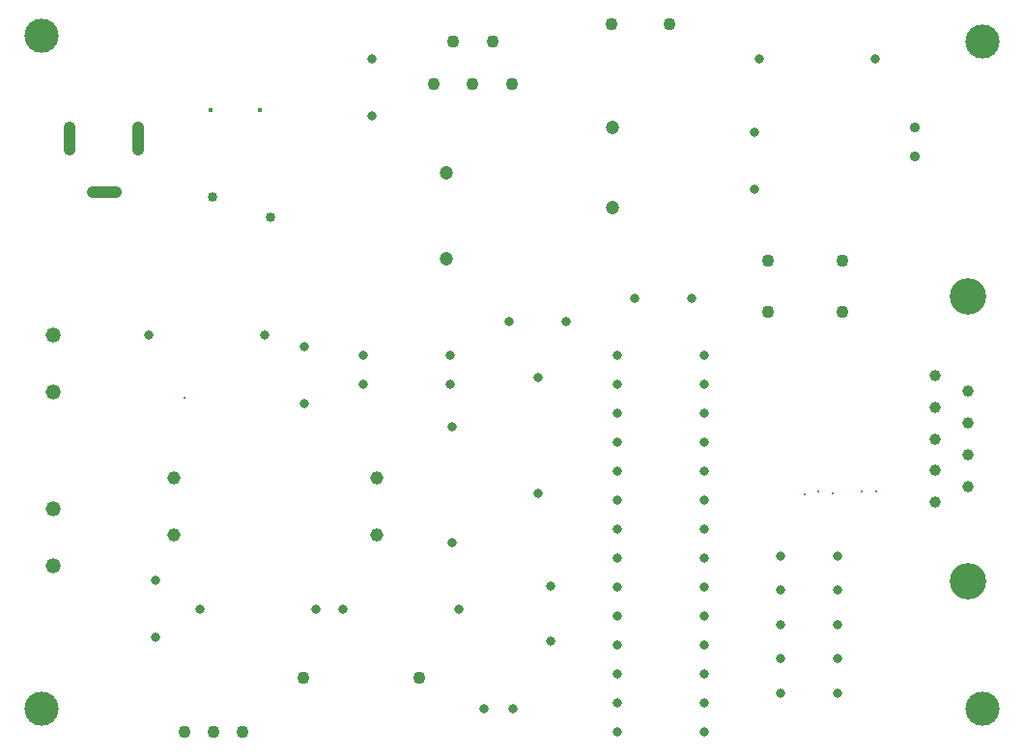
<source format=gbr>
%TF.GenerationSoftware,KiCad,Pcbnew,9.0.4*%
%TF.CreationDate,2025-09-02T22:48:00-03:00*%
%TF.ProjectId,sillion,73696c6c-696f-46e2-9e6b-696361645f70,rev?*%
%TF.SameCoordinates,Original*%
%TF.FileFunction,Plated,1,2,PTH,Mixed*%
%TF.FilePolarity,Positive*%
%FSLAX46Y46*%
G04 Gerber Fmt 4.6, Leading zero omitted, Abs format (unit mm)*
G04 Created by KiCad (PCBNEW 9.0.4) date 2025-09-02 22:48:00*
%MOMM*%
%LPD*%
G01*
G04 APERTURE LIST*
%TA.AperFunction,ViaDrill*%
%ADD10C,0.300000*%
%TD*%
%TA.AperFunction,ViaDrill*%
%ADD11C,0.450000*%
%TD*%
%TA.AperFunction,ComponentDrill*%
%ADD12C,0.800000*%
%TD*%
%TA.AperFunction,ComponentDrill*%
%ADD13C,0.850000*%
%TD*%
%TA.AperFunction,ComponentDrill*%
%ADD14C,0.900000*%
%TD*%
G04 aperture for slot hole*
%TA.AperFunction,ComponentDrill*%
%ADD15C,1.000000*%
%TD*%
%TA.AperFunction,ComponentDrill*%
%ADD16C,1.000000*%
%TD*%
%TA.AperFunction,ComponentDrill*%
%ADD17C,1.100000*%
%TD*%
%TA.AperFunction,ComponentDrill*%
%ADD18C,1.170000*%
%TD*%
%TA.AperFunction,ComponentDrill*%
%ADD19C,1.200000*%
%TD*%
%TA.AperFunction,ComponentDrill*%
%ADD20C,1.320000*%
%TD*%
%TA.AperFunction,ViaDrill*%
%ADD21C,3.000000*%
%TD*%
%TA.AperFunction,ComponentDrill*%
%ADD22C,3.200000*%
%TD*%
G04 APERTURE END LIST*
D10*
X98000000Y-55735000D03*
X152363200Y-64149000D03*
X153606200Y-63964500D03*
X154838400Y-64058800D03*
X157416200Y-63964500D03*
X158686200Y-63964500D03*
D11*
X100350000Y-30500000D03*
X104650000Y-30500000D03*
D12*
%TO.C,R5*%
X94920000Y-50235000D03*
%TO.C,C13*%
X95500000Y-71735000D03*
X95500000Y-76735000D03*
%TO.C,R8*%
X99420000Y-74235000D03*
%TO.C,R5*%
X105080000Y-50235000D03*
%TO.C,C15*%
X108500000Y-51235000D03*
X108500000Y-56235000D03*
%TO.C,R8*%
X109580000Y-74235000D03*
%TO.C,R7*%
X111920000Y-74235000D03*
%TO.C,U4*%
X113695000Y-51960000D03*
X113695000Y-54500000D03*
%TO.C,C6*%
X114500000Y-26000000D03*
X114500000Y-31000000D03*
%TO.C,U4*%
X121315000Y-51960000D03*
X121315000Y-54500000D03*
%TO.C,R6*%
X121500000Y-58235000D03*
X121500000Y-68395000D03*
%TO.C,R7*%
X122080000Y-74235000D03*
%TO.C,C14*%
X124294888Y-83000000D03*
%TO.C,C12*%
X126500000Y-49000000D03*
%TO.C,C14*%
X126794888Y-83000000D03*
%TO.C,R1*%
X129000000Y-53920000D03*
X129000000Y-64080000D03*
%TO.C,Y1*%
X130149600Y-72186800D03*
X130149600Y-77066800D03*
%TO.C,C12*%
X131500000Y-49000000D03*
%TO.C,U1*%
X136000000Y-51960000D03*
X136000000Y-54500000D03*
X136000000Y-57040000D03*
X136000000Y-59580000D03*
X136000000Y-62120000D03*
X136000000Y-64660000D03*
X136000000Y-67200000D03*
X136000000Y-69740000D03*
X136000000Y-72280000D03*
X136000000Y-74820000D03*
X136000000Y-77360000D03*
X136000000Y-79900000D03*
X136000000Y-82440000D03*
X136000000Y-84980000D03*
%TO.C,C9*%
X137500000Y-47000000D03*
X142500000Y-47000000D03*
%TO.C,U1*%
X143620000Y-51960000D03*
X143620000Y-54500000D03*
X143620000Y-57040000D03*
X143620000Y-59580000D03*
X143620000Y-62120000D03*
X143620000Y-64660000D03*
X143620000Y-67200000D03*
X143620000Y-69740000D03*
X143620000Y-72280000D03*
X143620000Y-74820000D03*
X143620000Y-77360000D03*
X143620000Y-79900000D03*
X143620000Y-82440000D03*
X143620000Y-84980000D03*
%TO.C,C7*%
X148000000Y-32402651D03*
X148000000Y-37402651D03*
%TO.C,R2*%
X148420000Y-26000000D03*
%TO.C,C2*%
X150241200Y-69602000D03*
%TO.C,C3*%
X150241200Y-72602000D03*
%TO.C,C1*%
X150241200Y-75602000D03*
%TO.C,C4*%
X150241200Y-78602000D03*
%TO.C,C5*%
X150241200Y-81602000D03*
%TO.C,C2*%
X155241200Y-69602000D03*
%TO.C,C3*%
X155241200Y-72602000D03*
%TO.C,C1*%
X155241200Y-75602000D03*
%TO.C,C4*%
X155241200Y-78602000D03*
%TO.C,C5*%
X155241200Y-81602000D03*
%TO.C,R2*%
X158580000Y-26000000D03*
D13*
%TO.C,TH1*%
X100450000Y-38100000D03*
X105550000Y-39900000D03*
D14*
%TO.C,D3*%
X162000000Y-32000000D03*
X162000000Y-34540000D03*
D15*
%TO.C,J1*%
X88000000Y-34000000D02*
X88000000Y-32000000D01*
X92000000Y-37700000D02*
X90000000Y-37700000D01*
X94000000Y-34000000D02*
X94000000Y-32000000D01*
D16*
%TO.C,J2*%
X163836400Y-53780800D03*
X163836400Y-56550800D03*
X163836400Y-59320800D03*
X163836400Y-62090800D03*
X163836400Y-64860800D03*
X166676400Y-55165800D03*
X166676400Y-57935800D03*
X166676400Y-60705800D03*
X166676400Y-63475800D03*
D17*
%TO.C,Q1*%
X98000000Y-85000000D03*
X100540000Y-85000000D03*
X103080000Y-85000000D03*
%TO.C,D5*%
X108420000Y-80235000D03*
X118580000Y-80235000D03*
%TO.C,U2*%
X119900000Y-28200000D03*
X121600000Y-24500000D03*
X123300000Y-28200000D03*
X125000000Y-24500000D03*
X126700000Y-28200000D03*
%TO.C,D1*%
X135460000Y-22950000D03*
X140540000Y-22950000D03*
%TO.C,SW1*%
X149200800Y-43673200D03*
X149200800Y-48173200D03*
X155700800Y-43673200D03*
X155700800Y-48173200D03*
D18*
%TO.C,F1*%
X97100000Y-62735000D03*
X97100000Y-67735000D03*
X114900000Y-62735000D03*
X114900000Y-67735000D03*
D19*
%TO.C,C8*%
X121000000Y-36000000D03*
X121000000Y-43500000D03*
%TO.C,L1*%
X135500000Y-32000000D03*
X135500000Y-39000000D03*
D20*
%TO.C,J3*%
X86500000Y-50235000D03*
X86500000Y-55235000D03*
%TO.C,J4*%
X86500000Y-65470000D03*
X86500000Y-70470000D03*
%TD*%
D21*
X85500000Y-24000000D03*
X85500000Y-83000000D03*
X168000000Y-24500000D03*
X168000000Y-83000000D03*
D22*
%TO.C,J2*%
X166676400Y-46820800D03*
X166676400Y-71820800D03*
M02*

</source>
